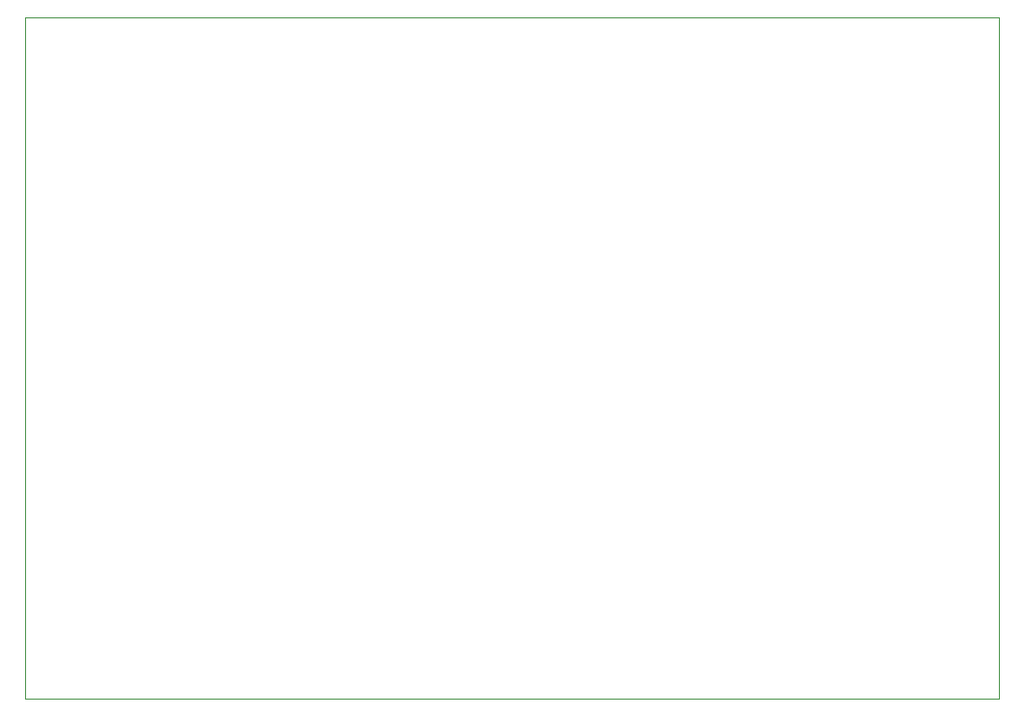
<source format=gbr>
%TF.GenerationSoftware,KiCad,Pcbnew,9.0.7*%
%TF.CreationDate,2026-01-16T03:08:10+02:00*%
%TF.ProjectId,HackPad,4861636b-5061-4642-9e6b-696361645f70,rev?*%
%TF.SameCoordinates,Original*%
%TF.FileFunction,Profile,NP*%
%FSLAX46Y46*%
G04 Gerber Fmt 4.6, Leading zero omitted, Abs format (unit mm)*
G04 Created by KiCad (PCBNEW 9.0.7) date 2026-01-16 03:08:10*
%MOMM*%
%LPD*%
G01*
G04 APERTURE LIST*
%TA.AperFunction,Profile*%
%ADD10C,0.050000*%
%TD*%
G04 APERTURE END LIST*
D10*
X30060000Y-76530000D02*
X115550000Y-76530000D01*
X115550000Y-136310000D01*
X30060000Y-136310000D01*
X30060000Y-76530000D01*
M02*

</source>
